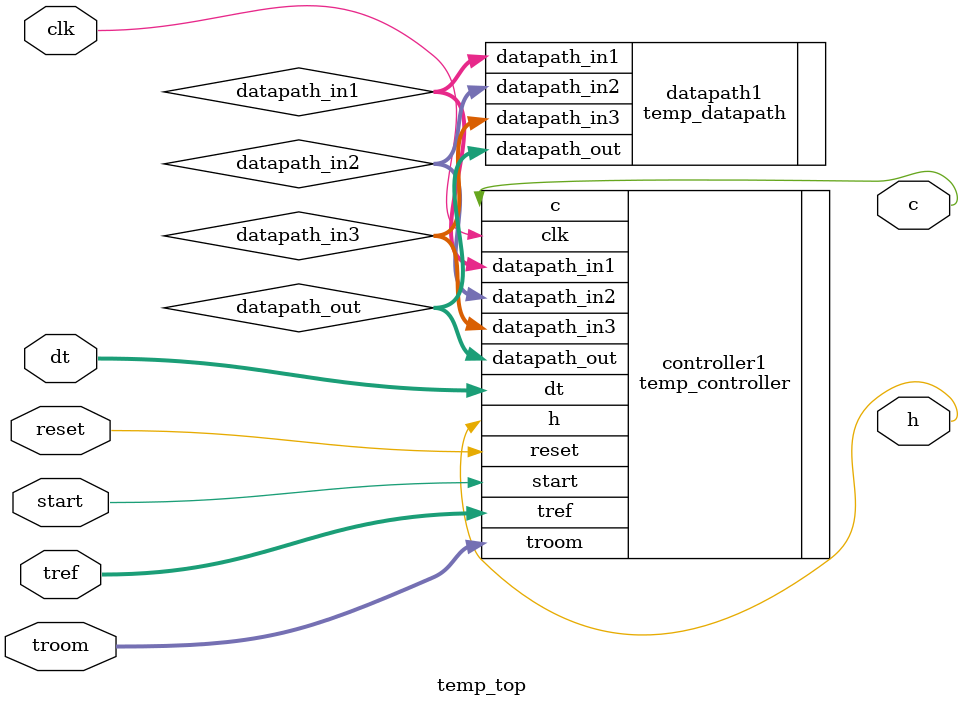
<source format=v>
module temp_top
(
    input wire clk, reset, start,
    input wire [6:0] troom, tref, dt,
    output wire h,
    output wire c
);

wire [3:0] datapath_out;
wire [6:0] datapath_in1, datapath_in2, datapath_in3;

temp_controller controller1
(
    .clk(clk), 
    .reset(reset), 
    .start(start),
    .troom(troom), 
    .tref(tref), 
    .dt(dt),
    .h(h),
    .c(c),
    .datapath_in1(datapath_in1), 
    .datapath_in2(datapath_in2), 
    .datapath_in3(datapath_in3), 
    .datapath_out(datapath_out)
);

temp_datapath datapath1
(
    .datapath_in1(datapath_in1), 
    .datapath_in2(datapath_in2), 
    .datapath_in3(datapath_in3), 
    .datapath_out(datapath_out)
);

endmodule
</source>
